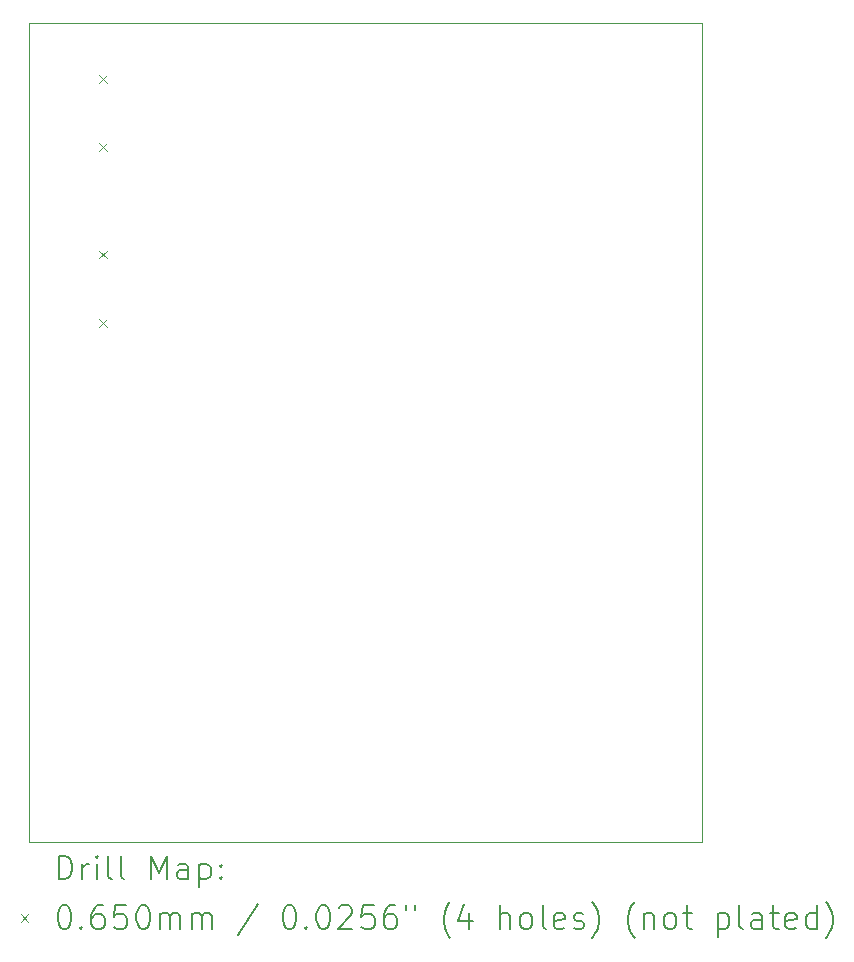
<source format=gbr>
%TF.GenerationSoftware,KiCad,Pcbnew,(6.0.10)*%
%TF.CreationDate,2023-01-17T15:40:54+01:00*%
%TF.ProjectId,kvm,6b766d2e-6b69-4636-9164-5f7063625858,v01*%
%TF.SameCoordinates,Original*%
%TF.FileFunction,Drillmap*%
%TF.FilePolarity,Positive*%
%FSLAX45Y45*%
G04 Gerber Fmt 4.5, Leading zero omitted, Abs format (unit mm)*
G04 Created by KiCad (PCBNEW (6.0.10)) date 2023-01-17 15:40:54*
%MOMM*%
%LPD*%
G01*
G04 APERTURE LIST*
%ADD10C,0.100000*%
%ADD11C,0.200000*%
%ADD12C,0.065000*%
G04 APERTURE END LIST*
D10*
X11671300Y-3937000D02*
X5969000Y-3937000D01*
X5969000Y-3937000D02*
X5969000Y-10871200D01*
X5969000Y-10871200D02*
X11671300Y-10871200D01*
X11671300Y-10871200D02*
X11671300Y-3937000D01*
D11*
D12*
X6565100Y-4377500D02*
X6630100Y-4442500D01*
X6630100Y-4377500D02*
X6565100Y-4442500D01*
X6565100Y-4955500D02*
X6630100Y-5020500D01*
X6630100Y-4955500D02*
X6565100Y-5020500D01*
X6565100Y-5863400D02*
X6630100Y-5928400D01*
X6630100Y-5863400D02*
X6565100Y-5928400D01*
X6565100Y-6441400D02*
X6630100Y-6506400D01*
X6630100Y-6441400D02*
X6565100Y-6506400D01*
D11*
X6221619Y-11186676D02*
X6221619Y-10986676D01*
X6269238Y-10986676D01*
X6297809Y-10996200D01*
X6316857Y-11015248D01*
X6326381Y-11034295D01*
X6335905Y-11072390D01*
X6335905Y-11100962D01*
X6326381Y-11139057D01*
X6316857Y-11158105D01*
X6297809Y-11177152D01*
X6269238Y-11186676D01*
X6221619Y-11186676D01*
X6421619Y-11186676D02*
X6421619Y-11053343D01*
X6421619Y-11091438D02*
X6431143Y-11072390D01*
X6440667Y-11062867D01*
X6459714Y-11053343D01*
X6478762Y-11053343D01*
X6545428Y-11186676D02*
X6545428Y-11053343D01*
X6545428Y-10986676D02*
X6535905Y-10996200D01*
X6545428Y-11005724D01*
X6554952Y-10996200D01*
X6545428Y-10986676D01*
X6545428Y-11005724D01*
X6669238Y-11186676D02*
X6650190Y-11177152D01*
X6640667Y-11158105D01*
X6640667Y-10986676D01*
X6774000Y-11186676D02*
X6754952Y-11177152D01*
X6745428Y-11158105D01*
X6745428Y-10986676D01*
X7002571Y-11186676D02*
X7002571Y-10986676D01*
X7069238Y-11129533D01*
X7135905Y-10986676D01*
X7135905Y-11186676D01*
X7316857Y-11186676D02*
X7316857Y-11081914D01*
X7307333Y-11062867D01*
X7288286Y-11053343D01*
X7250190Y-11053343D01*
X7231143Y-11062867D01*
X7316857Y-11177152D02*
X7297809Y-11186676D01*
X7250190Y-11186676D01*
X7231143Y-11177152D01*
X7221619Y-11158105D01*
X7221619Y-11139057D01*
X7231143Y-11120010D01*
X7250190Y-11110486D01*
X7297809Y-11110486D01*
X7316857Y-11100962D01*
X7412095Y-11053343D02*
X7412095Y-11253343D01*
X7412095Y-11062867D02*
X7431143Y-11053343D01*
X7469238Y-11053343D01*
X7488286Y-11062867D01*
X7497809Y-11072390D01*
X7507333Y-11091438D01*
X7507333Y-11148581D01*
X7497809Y-11167629D01*
X7488286Y-11177152D01*
X7469238Y-11186676D01*
X7431143Y-11186676D01*
X7412095Y-11177152D01*
X7593048Y-11167629D02*
X7602571Y-11177152D01*
X7593048Y-11186676D01*
X7583524Y-11177152D01*
X7593048Y-11167629D01*
X7593048Y-11186676D01*
X7593048Y-11062867D02*
X7602571Y-11072390D01*
X7593048Y-11081914D01*
X7583524Y-11072390D01*
X7593048Y-11062867D01*
X7593048Y-11081914D01*
D12*
X5899000Y-11483700D02*
X5964000Y-11548700D01*
X5964000Y-11483700D02*
X5899000Y-11548700D01*
D11*
X6259714Y-11406676D02*
X6278762Y-11406676D01*
X6297809Y-11416200D01*
X6307333Y-11425724D01*
X6316857Y-11444771D01*
X6326381Y-11482867D01*
X6326381Y-11530486D01*
X6316857Y-11568581D01*
X6307333Y-11587628D01*
X6297809Y-11597152D01*
X6278762Y-11606676D01*
X6259714Y-11606676D01*
X6240667Y-11597152D01*
X6231143Y-11587628D01*
X6221619Y-11568581D01*
X6212095Y-11530486D01*
X6212095Y-11482867D01*
X6221619Y-11444771D01*
X6231143Y-11425724D01*
X6240667Y-11416200D01*
X6259714Y-11406676D01*
X6412095Y-11587628D02*
X6421619Y-11597152D01*
X6412095Y-11606676D01*
X6402571Y-11597152D01*
X6412095Y-11587628D01*
X6412095Y-11606676D01*
X6593048Y-11406676D02*
X6554952Y-11406676D01*
X6535905Y-11416200D01*
X6526381Y-11425724D01*
X6507333Y-11454295D01*
X6497809Y-11492390D01*
X6497809Y-11568581D01*
X6507333Y-11587628D01*
X6516857Y-11597152D01*
X6535905Y-11606676D01*
X6574000Y-11606676D01*
X6593048Y-11597152D01*
X6602571Y-11587628D01*
X6612095Y-11568581D01*
X6612095Y-11520962D01*
X6602571Y-11501914D01*
X6593048Y-11492390D01*
X6574000Y-11482867D01*
X6535905Y-11482867D01*
X6516857Y-11492390D01*
X6507333Y-11501914D01*
X6497809Y-11520962D01*
X6793048Y-11406676D02*
X6697809Y-11406676D01*
X6688286Y-11501914D01*
X6697809Y-11492390D01*
X6716857Y-11482867D01*
X6764476Y-11482867D01*
X6783524Y-11492390D01*
X6793048Y-11501914D01*
X6802571Y-11520962D01*
X6802571Y-11568581D01*
X6793048Y-11587628D01*
X6783524Y-11597152D01*
X6764476Y-11606676D01*
X6716857Y-11606676D01*
X6697809Y-11597152D01*
X6688286Y-11587628D01*
X6926381Y-11406676D02*
X6945428Y-11406676D01*
X6964476Y-11416200D01*
X6974000Y-11425724D01*
X6983524Y-11444771D01*
X6993048Y-11482867D01*
X6993048Y-11530486D01*
X6983524Y-11568581D01*
X6974000Y-11587628D01*
X6964476Y-11597152D01*
X6945428Y-11606676D01*
X6926381Y-11606676D01*
X6907333Y-11597152D01*
X6897809Y-11587628D01*
X6888286Y-11568581D01*
X6878762Y-11530486D01*
X6878762Y-11482867D01*
X6888286Y-11444771D01*
X6897809Y-11425724D01*
X6907333Y-11416200D01*
X6926381Y-11406676D01*
X7078762Y-11606676D02*
X7078762Y-11473343D01*
X7078762Y-11492390D02*
X7088286Y-11482867D01*
X7107333Y-11473343D01*
X7135905Y-11473343D01*
X7154952Y-11482867D01*
X7164476Y-11501914D01*
X7164476Y-11606676D01*
X7164476Y-11501914D02*
X7174000Y-11482867D01*
X7193048Y-11473343D01*
X7221619Y-11473343D01*
X7240667Y-11482867D01*
X7250190Y-11501914D01*
X7250190Y-11606676D01*
X7345428Y-11606676D02*
X7345428Y-11473343D01*
X7345428Y-11492390D02*
X7354952Y-11482867D01*
X7374000Y-11473343D01*
X7402571Y-11473343D01*
X7421619Y-11482867D01*
X7431143Y-11501914D01*
X7431143Y-11606676D01*
X7431143Y-11501914D02*
X7440667Y-11482867D01*
X7459714Y-11473343D01*
X7488286Y-11473343D01*
X7507333Y-11482867D01*
X7516857Y-11501914D01*
X7516857Y-11606676D01*
X7907333Y-11397152D02*
X7735905Y-11654295D01*
X8164476Y-11406676D02*
X8183524Y-11406676D01*
X8202571Y-11416200D01*
X8212095Y-11425724D01*
X8221619Y-11444771D01*
X8231143Y-11482867D01*
X8231143Y-11530486D01*
X8221619Y-11568581D01*
X8212095Y-11587628D01*
X8202571Y-11597152D01*
X8183524Y-11606676D01*
X8164476Y-11606676D01*
X8145428Y-11597152D01*
X8135905Y-11587628D01*
X8126381Y-11568581D01*
X8116857Y-11530486D01*
X8116857Y-11482867D01*
X8126381Y-11444771D01*
X8135905Y-11425724D01*
X8145428Y-11416200D01*
X8164476Y-11406676D01*
X8316857Y-11587628D02*
X8326381Y-11597152D01*
X8316857Y-11606676D01*
X8307333Y-11597152D01*
X8316857Y-11587628D01*
X8316857Y-11606676D01*
X8450190Y-11406676D02*
X8469238Y-11406676D01*
X8488286Y-11416200D01*
X8497810Y-11425724D01*
X8507333Y-11444771D01*
X8516857Y-11482867D01*
X8516857Y-11530486D01*
X8507333Y-11568581D01*
X8497810Y-11587628D01*
X8488286Y-11597152D01*
X8469238Y-11606676D01*
X8450190Y-11606676D01*
X8431143Y-11597152D01*
X8421619Y-11587628D01*
X8412095Y-11568581D01*
X8402571Y-11530486D01*
X8402571Y-11482867D01*
X8412095Y-11444771D01*
X8421619Y-11425724D01*
X8431143Y-11416200D01*
X8450190Y-11406676D01*
X8593048Y-11425724D02*
X8602571Y-11416200D01*
X8621619Y-11406676D01*
X8669238Y-11406676D01*
X8688286Y-11416200D01*
X8697810Y-11425724D01*
X8707333Y-11444771D01*
X8707333Y-11463819D01*
X8697810Y-11492390D01*
X8583524Y-11606676D01*
X8707333Y-11606676D01*
X8888286Y-11406676D02*
X8793048Y-11406676D01*
X8783524Y-11501914D01*
X8793048Y-11492390D01*
X8812095Y-11482867D01*
X8859714Y-11482867D01*
X8878762Y-11492390D01*
X8888286Y-11501914D01*
X8897810Y-11520962D01*
X8897810Y-11568581D01*
X8888286Y-11587628D01*
X8878762Y-11597152D01*
X8859714Y-11606676D01*
X8812095Y-11606676D01*
X8793048Y-11597152D01*
X8783524Y-11587628D01*
X9069238Y-11406676D02*
X9031143Y-11406676D01*
X9012095Y-11416200D01*
X9002571Y-11425724D01*
X8983524Y-11454295D01*
X8974000Y-11492390D01*
X8974000Y-11568581D01*
X8983524Y-11587628D01*
X8993048Y-11597152D01*
X9012095Y-11606676D01*
X9050190Y-11606676D01*
X9069238Y-11597152D01*
X9078762Y-11587628D01*
X9088286Y-11568581D01*
X9088286Y-11520962D01*
X9078762Y-11501914D01*
X9069238Y-11492390D01*
X9050190Y-11482867D01*
X9012095Y-11482867D01*
X8993048Y-11492390D01*
X8983524Y-11501914D01*
X8974000Y-11520962D01*
X9164476Y-11406676D02*
X9164476Y-11444771D01*
X9240667Y-11406676D02*
X9240667Y-11444771D01*
X9535905Y-11682867D02*
X9526381Y-11673343D01*
X9507333Y-11644771D01*
X9497810Y-11625724D01*
X9488286Y-11597152D01*
X9478762Y-11549533D01*
X9478762Y-11511438D01*
X9488286Y-11463819D01*
X9497810Y-11435248D01*
X9507333Y-11416200D01*
X9526381Y-11387628D01*
X9535905Y-11378105D01*
X9697810Y-11473343D02*
X9697810Y-11606676D01*
X9650190Y-11397152D02*
X9602571Y-11540009D01*
X9726381Y-11540009D01*
X9954952Y-11606676D02*
X9954952Y-11406676D01*
X10040667Y-11606676D02*
X10040667Y-11501914D01*
X10031143Y-11482867D01*
X10012095Y-11473343D01*
X9983524Y-11473343D01*
X9964476Y-11482867D01*
X9954952Y-11492390D01*
X10164476Y-11606676D02*
X10145429Y-11597152D01*
X10135905Y-11587628D01*
X10126381Y-11568581D01*
X10126381Y-11511438D01*
X10135905Y-11492390D01*
X10145429Y-11482867D01*
X10164476Y-11473343D01*
X10193048Y-11473343D01*
X10212095Y-11482867D01*
X10221619Y-11492390D01*
X10231143Y-11511438D01*
X10231143Y-11568581D01*
X10221619Y-11587628D01*
X10212095Y-11597152D01*
X10193048Y-11606676D01*
X10164476Y-11606676D01*
X10345429Y-11606676D02*
X10326381Y-11597152D01*
X10316857Y-11578105D01*
X10316857Y-11406676D01*
X10497810Y-11597152D02*
X10478762Y-11606676D01*
X10440667Y-11606676D01*
X10421619Y-11597152D01*
X10412095Y-11578105D01*
X10412095Y-11501914D01*
X10421619Y-11482867D01*
X10440667Y-11473343D01*
X10478762Y-11473343D01*
X10497810Y-11482867D01*
X10507333Y-11501914D01*
X10507333Y-11520962D01*
X10412095Y-11540009D01*
X10583524Y-11597152D02*
X10602571Y-11606676D01*
X10640667Y-11606676D01*
X10659714Y-11597152D01*
X10669238Y-11578105D01*
X10669238Y-11568581D01*
X10659714Y-11549533D01*
X10640667Y-11540009D01*
X10612095Y-11540009D01*
X10593048Y-11530486D01*
X10583524Y-11511438D01*
X10583524Y-11501914D01*
X10593048Y-11482867D01*
X10612095Y-11473343D01*
X10640667Y-11473343D01*
X10659714Y-11482867D01*
X10735905Y-11682867D02*
X10745429Y-11673343D01*
X10764476Y-11644771D01*
X10774000Y-11625724D01*
X10783524Y-11597152D01*
X10793048Y-11549533D01*
X10793048Y-11511438D01*
X10783524Y-11463819D01*
X10774000Y-11435248D01*
X10764476Y-11416200D01*
X10745429Y-11387628D01*
X10735905Y-11378105D01*
X11097810Y-11682867D02*
X11088286Y-11673343D01*
X11069238Y-11644771D01*
X11059714Y-11625724D01*
X11050190Y-11597152D01*
X11040667Y-11549533D01*
X11040667Y-11511438D01*
X11050190Y-11463819D01*
X11059714Y-11435248D01*
X11069238Y-11416200D01*
X11088286Y-11387628D01*
X11097810Y-11378105D01*
X11174000Y-11473343D02*
X11174000Y-11606676D01*
X11174000Y-11492390D02*
X11183524Y-11482867D01*
X11202571Y-11473343D01*
X11231143Y-11473343D01*
X11250190Y-11482867D01*
X11259714Y-11501914D01*
X11259714Y-11606676D01*
X11383524Y-11606676D02*
X11364476Y-11597152D01*
X11354952Y-11587628D01*
X11345428Y-11568581D01*
X11345428Y-11511438D01*
X11354952Y-11492390D01*
X11364476Y-11482867D01*
X11383524Y-11473343D01*
X11412095Y-11473343D01*
X11431143Y-11482867D01*
X11440667Y-11492390D01*
X11450190Y-11511438D01*
X11450190Y-11568581D01*
X11440667Y-11587628D01*
X11431143Y-11597152D01*
X11412095Y-11606676D01*
X11383524Y-11606676D01*
X11507333Y-11473343D02*
X11583524Y-11473343D01*
X11535905Y-11406676D02*
X11535905Y-11578105D01*
X11545428Y-11597152D01*
X11564476Y-11606676D01*
X11583524Y-11606676D01*
X11802571Y-11473343D02*
X11802571Y-11673343D01*
X11802571Y-11482867D02*
X11821619Y-11473343D01*
X11859714Y-11473343D01*
X11878762Y-11482867D01*
X11888286Y-11492390D01*
X11897809Y-11511438D01*
X11897809Y-11568581D01*
X11888286Y-11587628D01*
X11878762Y-11597152D01*
X11859714Y-11606676D01*
X11821619Y-11606676D01*
X11802571Y-11597152D01*
X12012095Y-11606676D02*
X11993048Y-11597152D01*
X11983524Y-11578105D01*
X11983524Y-11406676D01*
X12174000Y-11606676D02*
X12174000Y-11501914D01*
X12164476Y-11482867D01*
X12145428Y-11473343D01*
X12107333Y-11473343D01*
X12088286Y-11482867D01*
X12174000Y-11597152D02*
X12154952Y-11606676D01*
X12107333Y-11606676D01*
X12088286Y-11597152D01*
X12078762Y-11578105D01*
X12078762Y-11559057D01*
X12088286Y-11540009D01*
X12107333Y-11530486D01*
X12154952Y-11530486D01*
X12174000Y-11520962D01*
X12240667Y-11473343D02*
X12316857Y-11473343D01*
X12269238Y-11406676D02*
X12269238Y-11578105D01*
X12278762Y-11597152D01*
X12297809Y-11606676D01*
X12316857Y-11606676D01*
X12459714Y-11597152D02*
X12440667Y-11606676D01*
X12402571Y-11606676D01*
X12383524Y-11597152D01*
X12374000Y-11578105D01*
X12374000Y-11501914D01*
X12383524Y-11482867D01*
X12402571Y-11473343D01*
X12440667Y-11473343D01*
X12459714Y-11482867D01*
X12469238Y-11501914D01*
X12469238Y-11520962D01*
X12374000Y-11540009D01*
X12640667Y-11606676D02*
X12640667Y-11406676D01*
X12640667Y-11597152D02*
X12621619Y-11606676D01*
X12583524Y-11606676D01*
X12564476Y-11597152D01*
X12554952Y-11587628D01*
X12545428Y-11568581D01*
X12545428Y-11511438D01*
X12554952Y-11492390D01*
X12564476Y-11482867D01*
X12583524Y-11473343D01*
X12621619Y-11473343D01*
X12640667Y-11482867D01*
X12716857Y-11682867D02*
X12726381Y-11673343D01*
X12745428Y-11644771D01*
X12754952Y-11625724D01*
X12764476Y-11597152D01*
X12774000Y-11549533D01*
X12774000Y-11511438D01*
X12764476Y-11463819D01*
X12754952Y-11435248D01*
X12745428Y-11416200D01*
X12726381Y-11387628D01*
X12716857Y-11378105D01*
M02*

</source>
